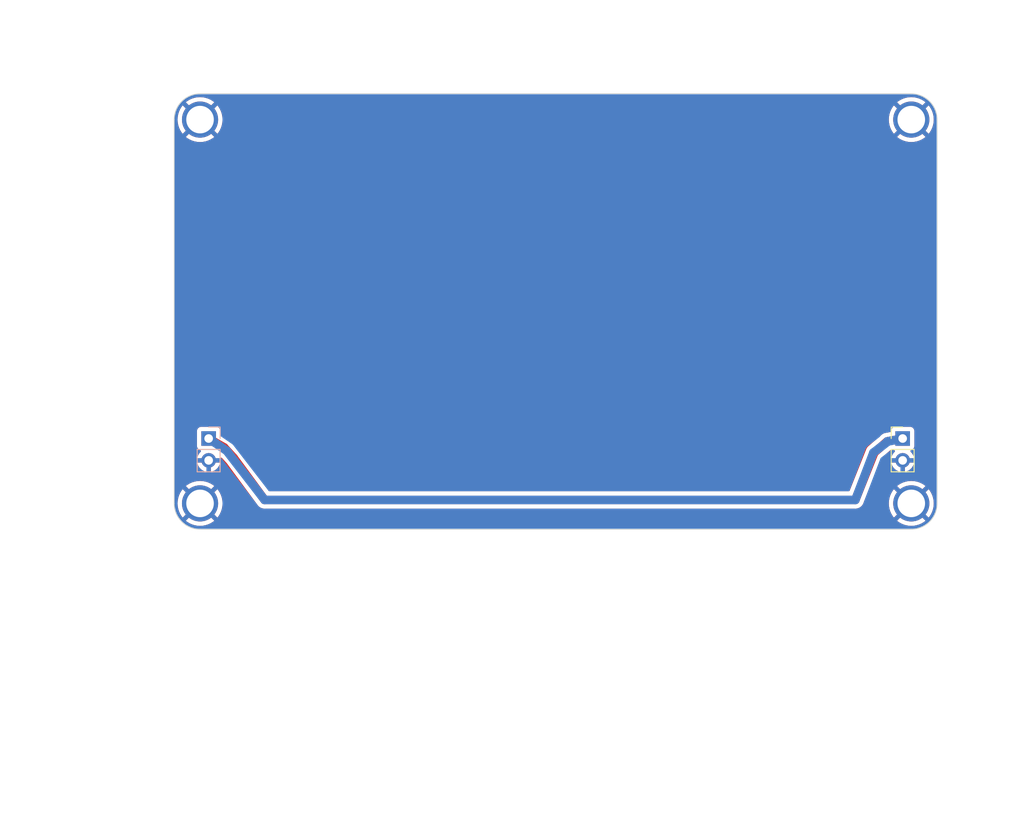
<source format=kicad_pcb>
(kicad_pcb (version 20221018) (generator pcbnew)
  (layers (0 "F.Cu" signal) (31 "B.Cu" signal) (34 "B.Paste" user) (35 "F.Paste" user) (36 "B.SilkS" user "B.Silkscreen") (37 "F.SilkS" user "F.Silkscreen") (38 "B.Mask" user) (39 "F.Mask" user) (44 "Edge.Cuts" user))
  (net 0 "")
  (net 1 "GND")
  (net 2 "+9V")
  (footprint "MountingHole:MountingHole_3.2mm_M3_Pad" (layer "F.Cu") (at 102.900002 114.999997)
    (fp_text reference "H4" hide)
    (fp_text value "MountingHole_Pad" hide)
    (pad "1" thru_hole circle (at 0 0) (size 4.2 4.2) (drill 3.2) (layers "*.Cu" "*.Mask") (net 1 "GND"))
  )
  (footprint "MountingHole:MountingHole_3.2mm_M3_Pad" (layer "F.Cu") (at 185.5 70.4)
    (fp_text reference "H2" hide)
    (fp_text value "MountingHole_Pad" hide)
    (pad "1" thru_hole circle (at 0 0) (size 4.2 4.2) (drill 3.2) (layers "*.Cu" "*.Mask") (net 1 "GND"))
  )
  (footprint "MountingHole:MountingHole_3.2mm_M3_Pad" (layer "F.Cu") (at 102.9 70.4)
    (fp_text reference "H1" hide)
    (fp_text value "MountingHole_Pad" hide)
    (pad "1" thru_hole circle (at 0 0) (size 4.2 4.2) (drill 3.2) (layers "*.Cu" "*.Mask") (net 1 "GND"))
  )
  (footprint "Connector_PinHeader_2.54mm:PinHeader_1x02_P2.54mm_Vertical" (layer "F.Cu") (at 184.5 107.46)
    (fp_text reference "J2" hide)
    (fp_text value "Conn_01x02" hide)
    (fp_line (start -1.33 -1.33) (end 0 -1.33) (stroke (width 0.12)) (layer "F.SilkS"))
    (fp_line (start -1.33 0) (end -1.33 -1.33) (stroke (width 0.12)) (layer "F.SilkS"))
    (fp_line (start -1.33 1.27) (end -1.33 3.87) (stroke (width 0.12)) (layer "F.SilkS"))
    (fp_line (start -1.33 1.27) (end 1.33 1.27) (stroke (width 0.12)) (layer "F.SilkS"))
    (fp_line (start -1.33 3.87) (end 1.33 3.87) (stroke (width 0.12)) (layer "F.SilkS"))
    (fp_line (start 1.33 1.27) (end 1.33 3.87) (stroke (width 0.12)) (layer "F.SilkS"))
    (pad "1" thru_hole rect (at 0 0) (size 1.7 1.7) (drill 1) (layers "*.Cu" "*.Mask") (net 2 "+9V"))
    (pad "2" thru_hole oval (at 0 2.54) (size 1.7 1.7) (drill 1) (layers "*.Cu" "*.Mask") (net 1 "GND"))
  )
  (footprint "MountingHole:MountingHole_3.2mm_M3_Pad" (layer "F.Cu") (at 185.5 115)
    (fp_text reference "H3" hide)
    (fp_text value "MountingHole_Pad" hide)
    (pad "1" thru_hole circle (at 0 0) (size 4.2 4.2) (drill 3.2) (layers "*.Cu" "*.Mask") (net 1 "GND"))
  )
  (footprint "Connector_PinHeader_2.54mm:PinHeader_1x02_P2.54mm_Vertical" (layer "B.Cu") (at 103.9 107.46 180)
    (fp_text reference "J1" hide)
    (fp_text value "Conn_01x02" hide)
    (fp_line (start -1.33 -3.87) (end 1.33 -3.87) (stroke (width 0.12)) (layer "B.SilkS"))
    (fp_line (start -1.33 -1.27) (end -1.33 -3.87) (stroke (width 0.12)) (layer "B.SilkS"))
    (fp_line (start -1.33 -1.27) (end 1.33 -1.27) (stroke (width 0.12)) (layer "B.SilkS"))
    (fp_line (start -1.33 0) (end -1.33 1.33) (stroke (width 0.12)) (layer "B.SilkS"))
    (fp_line (start -1.33 1.33) (end 0 1.33) (stroke (width 0.12)) (layer "B.SilkS"))
    (fp_line (start 1.33 -1.27) (end 1.33 -3.87) (stroke (width 0.12)) (layer "B.SilkS"))
    (pad "1" thru_hole rect (at 0 0 180) (size 1.7 1.7) (drill 1) (layers "*.Cu" "*.Mask") (net 2 "+9V"))
    (pad "2" thru_hole oval (at 0 -2.54 180) (size 1.7 1.7) (drill 1) (layers "*.Cu" "*.Mask") (net 1 "GND"))
  )
  (gr_line (start 185.5 118) (end 102.9 118) (stroke (width 0.1)) (layer "Edge.Cuts"))
  (gr_arc (start 102.9 118) (mid 100.77868 117.12132) (end 99.9 115) (stroke (width 0.1)) (layer "Edge.Cuts"))
  (gr_arc (start 99.9 70.4) (mid 100.778681 68.278681) (end 102.9 67.4) (stroke (width 0.1)) (layer "Edge.Cuts"))
  (gr_line (start 102.9 67.4) (end 185.5 67.4) (stroke (width 0.1)) (layer "Edge.Cuts"))
  (gr_line (start 188.5 70.4) (end 188.5 115) (stroke (width 0.1)) (layer "Edge.Cuts"))
  (gr_arc (start 188.5 115) (mid 187.62132 117.12132) (end 185.5 118) (stroke (width 0.1)) (layer "Edge.Cuts"))
  (gr_arc (start 185.5 67.4) (mid 187.621319 68.278681) (end 188.5 70.4) (stroke (width 0.1)) (layer "Edge.Cuts"))
  (gr_line (start 99.9 115) (end 99.9 70.4) (stroke (width 0.1)) (layer "Edge.Cuts"))
  (segment (start 110.4 114.6) (end 179 114.6) (width 1) (layer "F.Cu") (net 2))
  (segment (start 179 114.6) (end 181.2 109.1) (width 1) (layer "F.Cu") (net 2))
  (segment (start 105.7 108.5) (end 106.8 109.7) (width 1) (layer "F.Cu") (net 2))
  (segment (start 181.2 109.1) (end 182.7 107.8) (width 1) (layer "F.Cu") (net 2))
  (segment (start 182.7 107.8) (end 184.5 107.46) (width 1) (layer "F.Cu") (net 2))
  (segment (start 103.9 107.46) (end 105.7 108.5) (width 1) (layer "F.Cu") (net 2))
  (segment (start 106.8 109.7) (end 110.4 114.6) (width 1) (layer "F.Cu") (net 2))
  (segment (start 103.9 107.46) (end 106 108.9) (width 1) (layer "B.Cu") (net 2))
  (segment (start 110.4 114.6) (end 179 114.6) (width 1) (layer "B.Cu") (net 2))
  (segment (start 182.8 107.8) (end 184.5 107.46) (width 1) (layer "B.Cu") (net 2))
  (segment (start 106 108.9) (end 110.4 114.6) (width 1) (layer "B.Cu") (net 2))
  (segment (start 179 114.6) (end 181.1 109.1) (width 1) (layer "B.Cu") (net 2))
  (segment (start 184.5 107.46) (end 182.7 107.8) (width 1) (layer "B.Cu") (net 2))
  (segment (start 181.1 109.1) (end 182.8 107.8) (width 1) (layer "B.Cu") (net 2))
  (zone (net 1) (net_name "GND") (layers "F&B.Cu") (connect_pads (clearance 0.508)) (min_thickness 0.254) (fill yes (thermal_gap 0.508) (thermal_bridge_width 0.508))
    (polygon (pts (xy 190 66.5) (xy 190.2 120.1) (xy 98.3 120.6) (xy 99.5 66)))
  )
)
</source>
